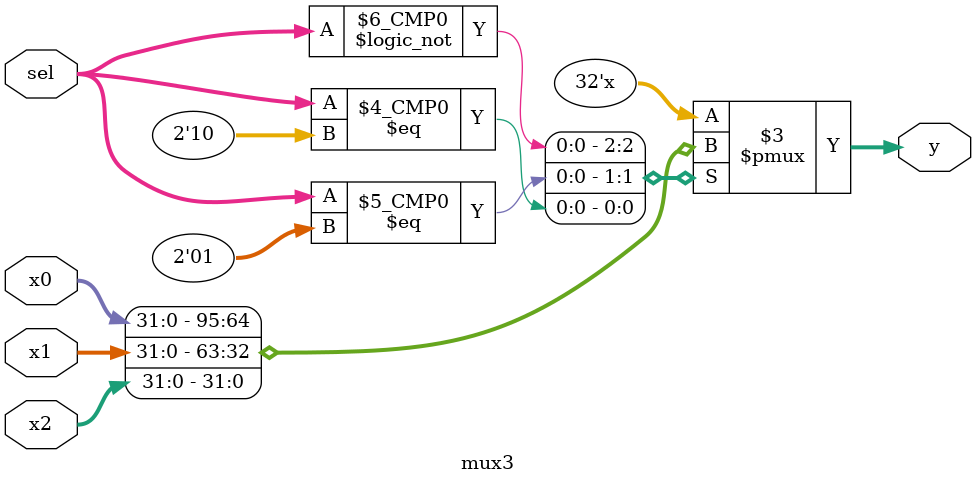
<source format=v>

`timescale 1ns/1ns

module mux3(x0, x1, x2, y, sel);
	input [31 : 0]x0, x1, x2;
	input [1 : 0] sel;
	output reg [31 : 0]y;

	always @(*) begin
		case(sel)
		2'b00:
			y = x0;
		2'b01:
			y = x1;
		2'b10:
			y = x2;
		endcase
	end
endmodule
</source>
